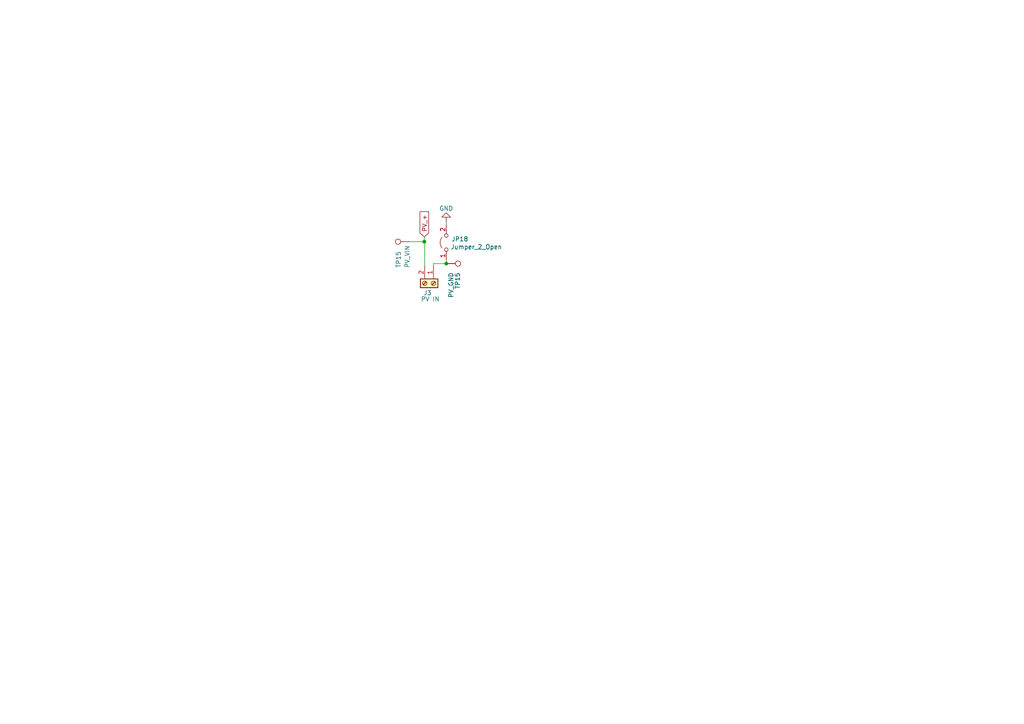
<source format=kicad_sch>
(kicad_sch (version 20230121) (generator eeschema)
  (paper "A4")
  (title_block (title "5V/5W Max Solar panel input") (date "2024-02-07") (rev "1"))
  (lib_symbols
    (symbol "Connector:Screw_Terminal_01x02" (pin_names (offset 1.016) hide)
      (property "Reference" "J" (at 0 2.54 0))
      (property "Value" "Screw_Terminal_01x02" (at 0 -5.08 0))
      (symbol "Screw_Terminal_01x02_1_1"
        (rectangle (start -1.27 1.27) (end 1.27 -3.81) (stroke (width 0.254)) (fill (type background)))
        (circle (center 0 -2.54) (radius 0.635) (stroke (width 0.1524)))
        (polyline (pts (xy -0.5334 -2.2098) (xy 0.3302 -3.048)) (stroke (width 0.1524)))
        (polyline (pts (xy -0.5334 0.3302) (xy 0.3302 -0.508)) (stroke (width 0.1524)))
        (polyline (pts (xy -0.3556 -2.032) (xy 0.508 -2.8702)) (stroke (width 0.1524)))
        (polyline (pts (xy -0.3556 0.508) (xy 0.508 -0.3302)) (stroke (width 0.1524)))
        (circle (center 0 0) (radius 0.635) (stroke (width 0.1524)))
        (pin passive line (at -5.08 0 0) (length 3.81) (name "Pin_1") (number "1"))
        (pin passive line (at -5.08 -2.54 0) (length 3.81) (name "Pin_2") (number "2"))
      )
    )
    (symbol "Connector:TestPoint" (pin_numbers hide) (pin_names (offset 0.762) hide)
      (property "Reference" "TP" (at 0 6.858 0))
      (property "Value" "TestPoint" (at 0 5.08 0))
      (symbol "TestPoint_0_1"
        (circle (center 0 3.302) (radius 0.762))
      )
      (symbol "TestPoint_1_1"
        (pin passive line (at 0 0 90) (length 2.54) (name "1") (number "1"))
      )
    )
    (symbol "Jumper:Jumper_2_Open" (pin_names (offset 0) hide)
      (property "Reference" "JP" (at 0 2.794 0))
      (property "Value" "Jumper_2_Open" (at 0 -2.286 0))
      (symbol "Jumper_2_Open_0_0"
        (circle (center -2.032 0) (radius 0.508))
        (circle (center 2.032 0) (radius 0.508))
      )
      (symbol "Jumper_2_Open_0_1"
        (arc (start 1.524 1.27) (mid 0 1.778) (end -1.524 1.27))
      )
      (symbol "Jumper_2_Open_1_1"
        (pin passive line (at -5.08 0 0) (length 2.54) (name "A") (number "1"))
        (pin passive line (at 5.08 0 180) (length 2.54) (name "B") (number "2"))
      )
    )
    (symbol "power:GND" (power) (pin_names (offset 0))
      (property "Value" "GND" (at 0 -3.81 0))
      (symbol "GND_0_1"
        (polyline (pts (xy 0 0) (xy 0 -1.27) (xy 1.27 -1.27) (xy 0 -2.54) (xy -1.27 -1.27) (xy 0 -1.27)))
      )
      (symbol "GND_1_1"
        (pin power_in line (at 0 0 270) (length 0) hide (name "GND") (number "1"))
      )
    )
  )
  (junction (at 129.4384 76.454))
  (junction (at 123.063 70.104))
  (wire (pts (xy 125.73 76.454) (xy 129.4384 76.454)))
  (wire (pts (xy 129.4384 75.438) (xy 129.4384 76.454)))
  (wire (pts (xy 123.19 70.104) (xy 123.19 77.089)))
  (wire (pts (xy 123.063 70.104) (xy 123.19 70.104)))
  (wire (pts (xy 118.745 70.104) (xy 123.063 70.104)))
  (wire (pts (xy 125.73 76.454) (xy 125.73 77.089)))
  (wire (pts (xy 129.4384 64.262) (xy 129.413 64.262)))
  (wire (pts (xy 129.4384 76.454) (xy 129.54 76.454)))
  (wire (pts (xy 129.4384 65.278) (xy 129.4384 64.262)))
  (wire (pts (xy 123.063 68.707) (xy 123.063 70.104)))
  (global_label "PV_+" (shape input) (at 123.063 68.707 90) (property "Intersheetrefs" "${INTERSHEET_REFS}" (effects hide)))
  (symbol (lib_id "Connector:Screw_Terminal_01x02") (at 125.73 82.169 270) (unit 1)
    (property "Reference" "J3" (at 122.809 84.963 90) (effects (justify left)))
    (property "Value" "PV IN" (at 122.047 86.741 90) (effects (justify left)))
    (property "Footprint" "TerminalBlock:TerminalBlock_bornier-2_P5.08mm" (effects hide))
    (instances (project "suntastic" (path "" (reference "J3") (unit 1)) (path "" (reference "J12") (unit 1))))
  )
  (symbol (lib_id "Jumper:Jumper_2_Open") (at 129.4384 70.358 90) (unit 1)
    (property "Reference" "JP18" (at 130.9624 69.342 90) (effects (justify right)))
    (property "Value" "Jumper_2_Open" (at 130.7084 71.628 90) (effects (justify right)))
    (property "Footprint" "Jumper:SolderJumper-2_P1.3mm_Open_RoundedPad1.0x1.5mm" (effects hide))
    (instances (project "suntastic" (path "" (reference "JP18") (unit 1)) (path "" (reference "JP29") (unit 1)) (path "" (reference "JP31") (unit 1))))
  )
  (symbol (lib_id "Connector:TestPoint") (at 118.745 70.104 90) (unit 1)
    (property "Reference" "TP15" (at 115.57 77.724 0) (effects (justify left)))
    (property "Value" "PV_VIN" (at 118.11 77.724 0) (effects (justify left)))
    (property "Footprint" "TestPoint:TestPoint_THTPad_4.0x4.0mm_Drill2.0mm" (effects hide))
    (instances (project "suntastic" (path "" (reference "TP15") (unit 1)) (path "" (reference "TP19") (unit 1)) (path "" (reference "TP10") (unit 1))))
  )
  (symbol (lib_id "Connector:TestPoint") (at 129.54 76.454 270) (unit 1)
    (property "Reference" "TP15" (at 132.715 78.994 0) (effects (justify left)))
    (property "Value" "PV_GND" (at 130.81 78.994 0) (effects (justify left)))
    (property "Footprint" "TestPoint:TestPoint_THTPad_4.0x4.0mm_Drill2.0mm" (effects hide))
    (instances (project "suntastic" (path "" (reference "TP15") (unit 1)) (path "" (reference "TP20") (unit 1)) (path "" (reference "TP11") (unit 1))))
  )
  (symbol (lib_id "power:GND") (at 129.413 64.262 180) (unit 1)
    (property "Reference" "#PWR026" (effects hide))
    (property "Value" "GND" (at 129.413 60.452 0))
    (instances (project "suntastic" (path "" (reference "#PWR026") (unit 1)) (path "" (reference "#PWR056") (unit 1))))
  )
)
</source>
